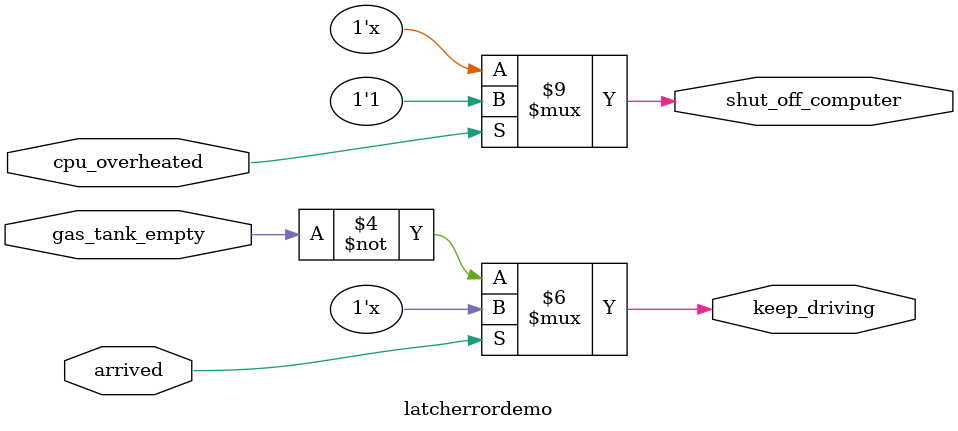
<source format=v>
module latcherrordemo (
    input      cpu_overheated,
    output reg shut_off_computer,
    input      arrived,
    input      gas_tank_empty,
    output reg keep_driving  ); //

    always @(*) begin
        if (cpu_overheated)
           shut_off_computer = 1;
    end

    always @(*) begin
        if (~arrived)
           keep_driving = ~gas_tank_empty;
    end

endmodule
</source>
